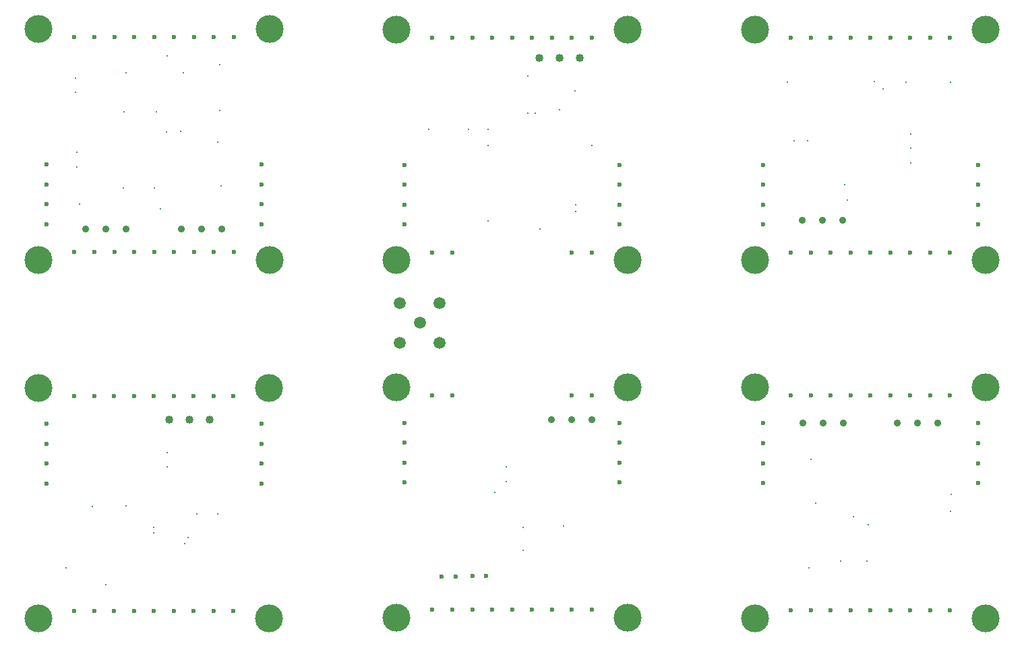
<source format=gbr>
%FSTAX44Y44*%
%MOMM*%
%SFA1B1*%

%IPPOS*%
%ADD129C,0.899998*%
%ADD130C,1.019998*%
%ADD131C,1.499997*%
%ADD132C,0.299999*%
%ADD133C,0.599999*%
%ADD134C,3.499993*%
%LNradar_1ghz_pth_drill-1*%
%LPD*%
G54D129*
X01040399Y-00269499D03*
X01014999D03*
X00989599D03*
X00674599Y-00519999D03*
X00699999D03*
X00725399D03*
X01159999Y-00524499D03*
X01134599D03*
X01109199D03*
X0099D03*
X010154D03*
X010408D03*
X00260399Y-00279999D03*
X00234999D03*
X00209599D03*
X00089599D03*
X00114999D03*
X00140399D03*
G54D130*
X00659599Y-00064999D03*
X00684999D03*
X00710399D03*
X00194599Y-00519999D03*
X00219999D03*
X00245399D03*
G54D131*
X00508999Y-00397999D03*
X00483999Y-00372999D03*
Y-00422999D03*
X00533999D03*
Y-00372999D03*
G54D132*
X00639114Y-00655114D03*
X00638999Y-00683999D03*
X00689684Y-00653769D03*
X01079999Y-00094999D03*
X01090999Y-00103999D03*
X01045999Y-00243999D03*
X00978999Y-00168999D03*
X00995999D03*
X01053999Y-00641999D03*
X01070999Y-00697999D03*
X01037999D03*
X01071999Y-00651999D03*
X01005999Y-00624999D03*
X00999999Y-00569499D03*
X01176749Y-00613999D03*
X01175999Y-00635D03*
X00174999Y-00662499D03*
X00097499Y-00629249D03*
X00208888Y-00157111D03*
X00192124Y-00062874D03*
X00081999Y-00248999D03*
X00211779Y-00083889D03*
X00178624Y-00132624D03*
X00602999Y-00610999D03*
X00617999Y-00598031D03*
Y-00578999D03*
X00644999Y-00087999D03*
X00704331Y-00106917D03*
X00653999Y-00134999D03*
X00704999Y-00257999D03*
X00644999Y-00134999D03*
X00704999Y-00249999D03*
X00724999Y-00174999D03*
X00659999Y-00279999D03*
X00684999Y-00129999D03*
X00569999Y-00154999D03*
X00519999D03*
X00594999D03*
Y-00174999D03*
Y-00269999D03*
X00191999Y-00578999D03*
X00191499Y-00561749D03*
X00213999Y-00675999D03*
X00114999Y-00727249D03*
X00064999Y-00705749D03*
X00174999Y-00654999D03*
X00217999Y-00667999D03*
X00190999Y-00157999D03*
X00137999Y-00132999D03*
X00183249Y-00255249D03*
X00175999Y-00228999D03*
X00136999D03*
X00076489Y-00108299D03*
X00140249Y-00083999D03*
X00076489Y-00090519D03*
X00257499Y-00073749D03*
Y-00130999D03*
X0025575Y-00170749D03*
X00259749Y-00225749D03*
X00078249Y-00183749D03*
Y-00202249D03*
X01042999Y-00223999D03*
X01125999Y-00160999D03*
Y-00196999D03*
Y-00178999D03*
X01175999Y-00095999D03*
X01119999D03*
X00970999D03*
X00997499Y-00705999D03*
X00139999Y-00627999D03*
X00228749Y-00637999D03*
X00254999D03*
G54D133*
X00249999Y-00759999D03*
X00224999D03*
X00099999D03*
X00124999D03*
X00074999D03*
X00274999D03*
X00174999D03*
X00149999D03*
X00199999D03*
X00699999Y-00039499D03*
X00549999D03*
X00599999D03*
X00574999D03*
X00524999D03*
X00674999D03*
X00624999D03*
X00649999D03*
X00724999D03*
Y-00309499D03*
X00125385Y-00039115D03*
X00100385D03*
X00075385D03*
X00150385D03*
X00175385D03*
X00200385D03*
X00225385D03*
X00275385D03*
X00250385D03*
X00310385Y-00224115D03*
Y-00249115D03*
Y-00274115D03*
Y-00199115D03*
X00524999Y-00309499D03*
X00489999Y-00249499D03*
Y-00224499D03*
X00549999Y-00309499D03*
X00489999Y-00199499D03*
X00759999D03*
X00699999Y-00309499D03*
X00489999Y-00274499D03*
X00759999D03*
Y-00224499D03*
Y-00249499D03*
X00075385Y-00309115D03*
X00100385D03*
X00125385D03*
X00175385D03*
X00200385D03*
X00275385D03*
X00225385D03*
X00250385D03*
X00150385D03*
X00040385Y-00199115D03*
Y-00224115D03*
Y-00249115D03*
Y-00274115D03*
X00939999Y-00249499D03*
Y-00274499D03*
X01209999Y-00199499D03*
Y-00274499D03*
Y-00249499D03*
Y-00224499D03*
X00974999Y-00309499D03*
X01149999D03*
X01074999D03*
X01024999D03*
X01049999D03*
X01099999D03*
X01124999D03*
X00999999D03*
X01174999D03*
Y-00039499D03*
X01099999D03*
X01074999D03*
X01124999D03*
X00974999D03*
X01024999D03*
X01049999D03*
X00999999D03*
X01149999D03*
X00939999Y-00224499D03*
Y-00199499D03*
X01125Y-00759499D03*
X01149999D03*
X01174999D03*
X01209999Y-00599499D03*
Y-00574499D03*
X00939999Y-00599499D03*
Y-00574499D03*
Y-00549499D03*
Y-00524499D03*
X00975Y-00489499D03*
X01D03*
X01024999D03*
X01049999D03*
X01074999D03*
X011D03*
X01125D03*
X01149999D03*
X01174999D03*
X01209999Y-00524499D03*
Y-00549499D03*
X01Y-00759499D03*
X01024999D03*
X01049999D03*
X01074999D03*
X011D03*
X00975D03*
X00759999Y-00573999D03*
Y-00523999D03*
Y-00598999D03*
Y-00548999D03*
X00489999Y-00573999D03*
Y-00523999D03*
Y-00548999D03*
Y-00598999D03*
X00699999Y-00758999D03*
X00624999D03*
X00599999D03*
X00649999D03*
X00724999D03*
X00549999D03*
X00524999D03*
X00574999D03*
X00674999D03*
X00549999Y-00488999D03*
X00524999D03*
X00699999D03*
X00724999D03*
X00536359Y-00716899D03*
X00554139D03*
X00574999Y-00716499D03*
X00591999D03*
X00124999Y-00489999D03*
X00224999D03*
X00274999D03*
X00249999D03*
X00074999D03*
X00149999D03*
X00199999D03*
X00174999D03*
X00099999D03*
X00039999Y-00599999D03*
Y-00549999D03*
Y-00524999D03*
Y-00574999D03*
X00309999Y-00549999D03*
Y-00599999D03*
Y-00524999D03*
Y-00574999D03*
G54D134*
X00319999Y-00769999D03*
X00029999D03*
X00479999Y-00319499D03*
Y-00029499D03*
X00320385Y-00029115D03*
X00030385D03*
X00769999Y-00029499D03*
Y-00319499D03*
X00320385Y-00319115D03*
X00030385D03*
X01219999Y-00319499D03*
X00929999D03*
Y-00029499D03*
X01219999D03*
Y-00769499D03*
X00929999Y-00479499D03*
X01219999D03*
X00929999Y-00769499D03*
X00479999Y-00768999D03*
X00769999D03*
Y-00478999D03*
X00479999D03*
X00029999Y-00479999D03*
X00319999D03*
M02*
</source>
